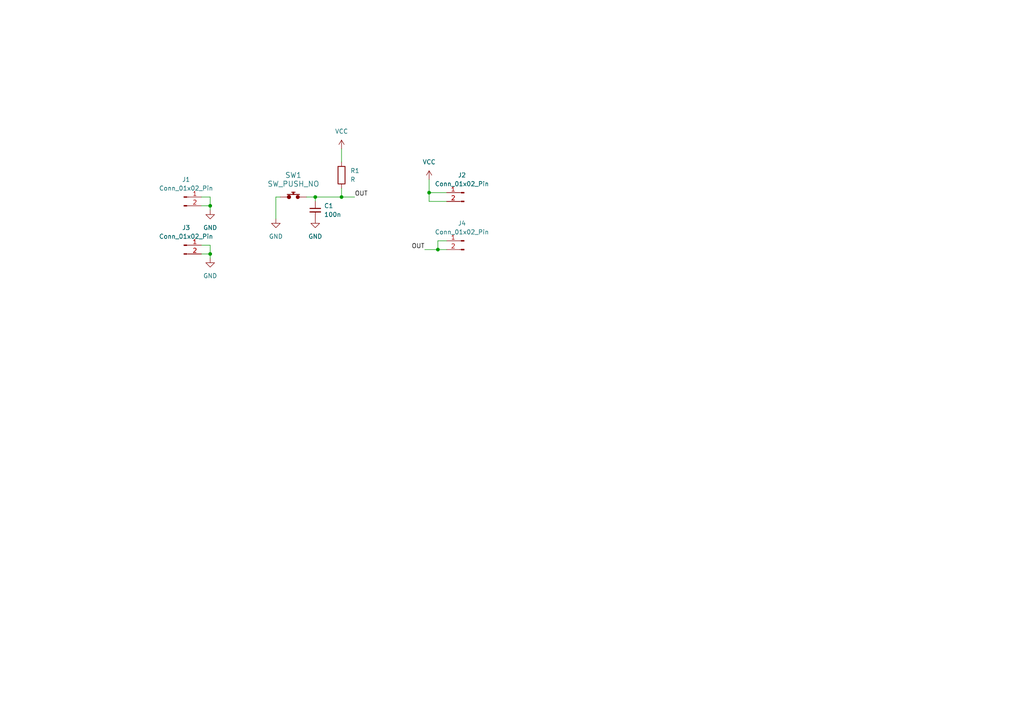
<source format=kicad_sch>
(kicad_sch (version 20230121) (generator eeschema)
  (paper "A4")
  (lib_symbols
    (symbol "Connector:Conn_01x02_Pin" (pin_names (offset 1.016) hide)
      (property "Reference" "J" (at 0 2.54 0))
      (property "Value" "Conn_01x02_Pin" (at 0 -5.08 0))
      (symbol "Conn_01x02_Pin_1_1"
        (polyline (pts (xy 1.27 -2.54) (xy 0.8636 -2.54)) (stroke (width 0.1524)))
        (polyline (pts (xy 1.27 0) (xy 0.8636 0)) (stroke (width 0.1524)))
        (rectangle (start 0.8636 -2.413) (end 0 -2.667) (stroke (width 0.1524)) (fill (type outline)))
        (rectangle (start 0.8636 0.127) (end 0 -0.127) (stroke (width 0.1524)) (fill (type outline)))
        (pin passive line (at 5.08 0 180) (length 3.81) (name "Pin_1") (number "1"))
        (pin passive line (at 5.08 -2.54 180) (length 3.81) (name "Pin_2") (number "2"))
      )
    )
    (symbol "Device:C_Small" (pin_numbers hide) (pin_names (offset 0.254) hide)
      (property "Reference" "C" (at 0.254 1.778 0))
      (property "Value" "C_Small" (at 0.254 -2.032 0))
      (symbol "C_Small_0_1"
        (polyline (pts (xy -1.524 -0.508) (xy 1.524 -0.508)) (stroke (width 0.3302)))
        (polyline (pts (xy -1.524 0.508) (xy 1.524 0.508)) (stroke (width 0.3048)))
      )
      (symbol "C_Small_1_1"
        (pin passive line (at 0 2.54 270) (length 2.032) (name "~") (number "1"))
        (pin passive line (at 0 -2.54 90) (length 2.032) (name "~") (number "2"))
      )
    )
    (symbol "Device:R" (pin_numbers hide) (pin_names (offset 0))
      (property "Reference" "R" (at 2.032 0 90))
      (property "Value" "R" (at 0 0 90))
      (symbol "R_0_1"
        (rectangle (start -1.016 -2.54) (end 1.016 2.54) (stroke (width 0.254)))
      )
      (symbol "R_1_1"
        (pin passive line (at 0 3.81 270) (length 1.27) (name "~") (number "1"))
        (pin passive line (at 0 -3.81 90) (length 1.27) (name "~") (number "2"))
      )
    )
    (symbol "Engstad:SW_PUSH_NO" (pin_numbers hide) (pin_names (offset 0) hide)
      (property "Reference" "SW" (at 4.445 3.683 0))
      (property "Value" "SW_PUSH_NO" (at 0 -2.54 0))
      (symbol "SW_PUSH_NO_0_1"
        (circle (center -1.27 0) (radius 0.4064) (stroke (width 0.381)) (fill (type outline)))
        (rectangle (start -0.127 1.397) (end 0.127 0.762) (stroke (width 0.254)))
        (polyline (pts (xy -1.778 0.762) (xy 1.778 0.762)) (stroke (width 0.254)))
        (polyline (pts (xy -0.508 1.397) (xy 0.508 1.397)) (stroke (width 0.254)))
        (circle (center 1.27 0) (radius 0.381) (stroke (width 0.381)) (fill (type outline)))
      )
      (symbol "SW_PUSH_NO_1_1"
        (pin input line (at -3.81 0 0) (length 2.54) (name "~") (number "1"))
        (pin input line (at 3.81 0 180) (length 2.54) (name "~") (number "2"))
      )
    )
    (symbol "power:GND" (power) (pin_names (offset 0))
      (property "Value" "GND" (at 0 -3.81 0))
      (symbol "GND_0_1"
        (polyline (pts (xy 0 0) (xy 0 -1.27) (xy 1.27 -1.27) (xy 0 -2.54) (xy -1.27 -1.27) (xy 0 -1.27)))
      )
      (symbol "GND_1_1"
        (pin power_in line (at 0 0 270) (length 0) hide (name "GND") (number "1"))
      )
    )
    (symbol "power:VCC" (power) (pin_names (offset 0))
      (property "Value" "VCC" (at 0 3.81 0))
      (symbol "VCC_0_1"
        (polyline (pts (xy -0.762 1.27) (xy 0 2.54)))
        (polyline (pts (xy 0 0) (xy 0 2.54)))
        (polyline (pts (xy 0 2.54) (xy 0.762 1.27)))
      )
      (symbol "VCC_1_1"
        (pin power_in line (at 0 0 90) (length 0) hide (name "VCC") (number "1"))
      )
    )
  )
  (junction (at 124.46 55.88))
  (junction (at 99.06 57.15))
  (junction (at 60.96 73.66))
  (junction (at 60.96 59.69))
  (junction (at 127 72.39))
  (junction (at 91.44 57.15))
  (wire (pts (xy 80.01 57.15) (xy 81.28 57.15)))
  (wire (pts (xy 124.46 55.88) (xy 124.46 58.42)))
  (wire (pts (xy 88.9 57.15) (xy 91.44 57.15)))
  (wire (pts (xy 60.96 59.69) (xy 60.96 60.96)))
  (wire (pts (xy 127 72.39) (xy 129.54 72.39)))
  (wire (pts (xy 124.46 55.88) (xy 129.54 55.88)))
  (wire (pts (xy 124.46 58.42) (xy 129.54 58.42)))
  (wire (pts (xy 124.46 52.07) (xy 124.46 55.88)))
  (wire (pts (xy 60.96 71.12) (xy 60.96 73.66)))
  (wire (pts (xy 99.06 57.15) (xy 102.87 57.15)))
  (wire (pts (xy 60.96 73.66) (xy 60.96 74.93)))
  (wire (pts (xy 91.44 57.15) (xy 99.06 57.15)))
  (wire (pts (xy 80.01 63.5) (xy 80.01 57.15)))
  (wire (pts (xy 91.44 57.15) (xy 91.44 58.42)))
  (wire (pts (xy 58.42 71.12) (xy 60.96 71.12)))
  (wire (pts (xy 127 72.39) (xy 127 69.85)))
  (wire (pts (xy 123.19 72.39) (xy 127 72.39)))
  (wire (pts (xy 60.96 57.15) (xy 60.96 59.69)))
  (wire (pts (xy 99.06 54.61) (xy 99.06 57.15)))
  (wire (pts (xy 58.42 59.69) (xy 60.96 59.69)))
  (wire (pts (xy 127 69.85) (xy 129.54 69.85)))
  (wire (pts (xy 99.06 43.18) (xy 99.06 46.99)))
  (wire (pts (xy 58.42 57.15) (xy 60.96 57.15)))
  (wire (pts (xy 58.42 73.66) (xy 60.96 73.66)))
  (label "OUT" (at 123.19 72.39 180))
  (label "OUT" (at 102.87 57.15 0))
  (symbol (lib_id "power:GND") (at 60.96 74.93 0) (unit 1)
    (property "Reference" "#PWR06" (effects hide))
    (property "Value" "GND" (at 60.96 80.01 0))
  )
  (symbol (lib_id "Engstad:SW_PUSH_NO") (at 85.09 57.15 0) (unit 1)
    (property "Reference" "SW1" (at 85.09 50.8 0) (effects (font (size 1.524 1.524))))
    (property "Value" "SW_PUSH_NO" (at 85.09 53.34 0) (effects (font (size 1.524 1.524))))
    (property "Footprint" "Engstad:TACTILE_SWITCH-TE-FSM4JSMAATR" (effects hide))
  )
  (symbol (lib_id "Connector:Conn_01x02_Pin") (at 134.62 69.85 0) (mirror y) (unit 1)
    (property "Reference" "J4" (at 133.985 64.77 0))
    (property "Value" "Conn_01x02_Pin" (at 133.985 67.31 0))
    (property "Footprint" "Connector_PinHeader_2.54mm:PinHeader_1x02_P2.54mm_Vertical" (effects hide))
  )
  (symbol (lib_id "power:GND") (at 91.44 63.5 0) (unit 1)
    (property "Reference" "#PWR02" (effects hide))
    (property "Value" "GND" (at 91.44 68.58 0))
  )
  (symbol (lib_id "power:GND") (at 60.96 60.96 0) (unit 1)
    (property "Reference" "#PWR04" (effects hide))
    (property "Value" "GND" (at 60.96 66.04 0))
  )
  (symbol (lib_id "Device:R") (at 99.06 50.8 0) (unit 1)
    (property "Reference" "R1" (at 101.6 49.53 0) (effects (justify left)))
    (property "Value" "R" (at 101.6 52.07 0) (effects (justify left)))
    (property "Footprint" "Resistor_SMD:R_0603_1608Metric_Pad0.98x0.95mm_HandSolder" (effects hide))
  )
  (symbol (lib_id "power:VCC") (at 99.06 43.18 0) (unit 1)
    (property "Reference" "#PWR03" (effects hide))
    (property "Value" "VCC" (at 99.06 38.1 0))
  )
  (symbol (lib_id "Device:C_Small") (at 91.44 60.96 0) (unit 1)
    (property "Reference" "C1" (at 93.98 59.6963 0) (effects (justify left)))
    (property "Value" "100n" (at 93.98 62.2363 0) (effects (justify left)))
    (property "Footprint" "Capacitor_SMD:C_0603_1608Metric_Pad1.08x0.95mm_HandSolder" (effects hide))
  )
  (symbol (lib_id "power:GND") (at 80.01 63.5 0) (unit 1)
    (property "Reference" "#PWR01" (effects hide))
    (property "Value" "GND" (at 80.01 68.58 0))
  )
  (symbol (lib_id "Connector:Conn_01x02_Pin") (at 134.62 55.88 0) (mirror y) (unit 1)
    (property "Reference" "J2" (at 133.985 50.8 0))
    (property "Value" "Conn_01x02_Pin" (at 133.985 53.34 0))
    (property "Footprint" "Connector_PinHeader_2.54mm:PinHeader_1x02_P2.54mm_Vertical" (effects hide))
  )
  (symbol (lib_id "Connector:Conn_01x02_Pin") (at 53.34 57.15 0) (unit 1)
    (property "Reference" "J1" (at 53.975 52.07 0))
    (property "Value" "Conn_01x02_Pin" (at 53.975 54.61 0))
    (property "Footprint" "Connector_PinHeader_2.54mm:PinHeader_1x02_P2.54mm_Vertical" (effects hide))
  )
  (symbol (lib_id "power:VCC") (at 124.46 52.07 0) (unit 1)
    (property "Reference" "#PWR05" (effects hide))
    (property "Value" "VCC" (at 124.46 46.99 0))
  )
  (symbol (lib_id "Connector:Conn_01x02_Pin") (at 53.34 71.12 0) (unit 1)
    (property "Reference" "J3" (at 53.975 66.04 0))
    (property "Value" "Conn_01x02_Pin" (at 53.975 68.58 0))
    (property "Footprint" "Connector_PinHeader_2.54mm:PinHeader_1x02_P2.54mm_Vertical" (effects hide))
  )
)
</source>
